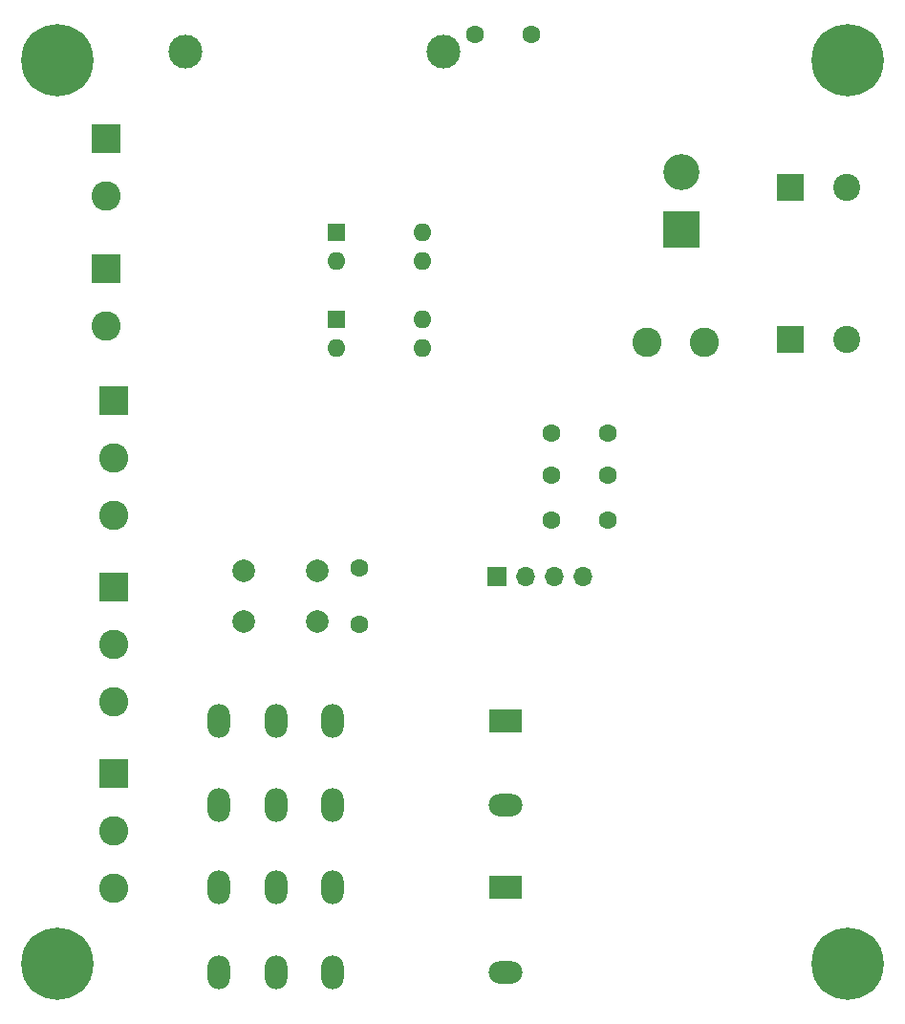
<source format=gbr>
%TF.GenerationSoftware,KiCad,Pcbnew,7.0.2*%
%TF.CreationDate,2024-04-28T14:31:10+04:00*%
%TF.ProjectId,Hope,486f7065-2e6b-4696-9361-645f70636258,rev?*%
%TF.SameCoordinates,Original*%
%TF.FileFunction,Soldermask,Bot*%
%TF.FilePolarity,Negative*%
%FSLAX46Y46*%
G04 Gerber Fmt 4.6, Leading zero omitted, Abs format (unit mm)*
G04 Created by KiCad (PCBNEW 7.0.2) date 2024-04-28 14:31:10*
%MOMM*%
%LPD*%
G01*
G04 APERTURE LIST*
%ADD10R,2.600000X2.600000*%
%ADD11C,2.600000*%
%ADD12O,2.000000X3.000000*%
%ADD13R,3.000000X2.000000*%
%ADD14O,3.000000X2.000000*%
%ADD15C,1.600000*%
%ADD16C,0.800000*%
%ADD17C,6.400000*%
%ADD18R,1.600000X1.600000*%
%ADD19O,1.600000X1.600000*%
%ADD20R,3.200000X3.200000*%
%ADD21O,3.200000X3.200000*%
%ADD22C,3.000000*%
%ADD23R,2.400000X2.400000*%
%ADD24C,2.400000*%
%ADD25R,1.700000X1.700000*%
%ADD26O,1.700000X1.700000*%
%ADD27C,2.000000*%
G04 APERTURE END LIST*
D10*
%TO.C,J2*%
X99250000Y-83455000D03*
D11*
X99250000Y-88535000D03*
%TD*%
D12*
%TO.C,K1*%
X114350000Y-131000000D03*
X114350000Y-123500000D03*
X119390000Y-131000000D03*
X119390000Y-123500000D03*
X109310000Y-131000000D03*
X109310000Y-123500000D03*
D13*
X134650000Y-123500000D03*
D14*
X134650000Y-131000000D03*
%TD*%
D12*
%TO.C,K2*%
X114350000Y-145750000D03*
X114350000Y-138250000D03*
X119390000Y-145750000D03*
X119390000Y-138250000D03*
X109310000Y-145750000D03*
X109310000Y-138250000D03*
D13*
X134650000Y-138250000D03*
D14*
X134650000Y-145750000D03*
%TD*%
D10*
%TO.C,J6*%
X99950000Y-128165000D03*
D11*
X99950000Y-133245000D03*
X99950000Y-138325000D03*
%TD*%
%TO.C,L1*%
X147250000Y-90000000D03*
X152250000Y-90000000D03*
%TD*%
D15*
%TO.C,C5*%
X132000000Y-62750000D03*
X137000000Y-62750000D03*
%TD*%
%TO.C,C9*%
X138770000Y-105750000D03*
X143770000Y-105750000D03*
%TD*%
D10*
%TO.C,J5*%
X99950000Y-111665000D03*
D11*
X99950000Y-116745000D03*
X99950000Y-121825000D03*
%TD*%
D15*
%TO.C,C11*%
X138770000Y-101750000D03*
X143770000Y-101750000D03*
%TD*%
D16*
%TO.C,H1*%
X92600000Y-65000000D03*
X93302944Y-63302944D03*
X93302944Y-66697056D03*
X95000000Y-62600000D03*
D17*
X95000000Y-65000000D03*
D16*
X95000000Y-67400000D03*
X96697056Y-63302944D03*
X96697056Y-66697056D03*
X97400000Y-65000000D03*
%TD*%
D18*
%TO.C,U4*%
X119700000Y-80225000D03*
D19*
X119700000Y-82765000D03*
X127320000Y-82765000D03*
X127320000Y-80225000D03*
%TD*%
D10*
%TO.C,J4*%
X99250000Y-71955000D03*
D11*
X99250000Y-77035000D03*
%TD*%
D15*
%TO.C,C12*%
X121750000Y-115000000D03*
X121750000Y-110000000D03*
%TD*%
D16*
%TO.C,H4*%
X92600000Y-145000000D03*
X93302944Y-143302944D03*
X93302944Y-146697056D03*
X95000000Y-142600000D03*
D17*
X95000000Y-145000000D03*
D16*
X95000000Y-147400000D03*
X96697056Y-143302944D03*
X96697056Y-146697056D03*
X97400000Y-145000000D03*
%TD*%
D18*
%TO.C,U5*%
X119700000Y-87975000D03*
D19*
X119700000Y-90515000D03*
X127320000Y-90515000D03*
X127320000Y-87975000D03*
%TD*%
D20*
%TO.C,D3*%
X150250000Y-80040000D03*
D21*
X150250000Y-74960000D03*
%TD*%
D22*
%TO.C,F1*%
X106300000Y-64250000D03*
X129200000Y-64250000D03*
%TD*%
D16*
%TO.C,H2*%
X162600000Y-65000000D03*
X163302944Y-63302944D03*
X163302944Y-66697056D03*
X165000000Y-62600000D03*
D17*
X165000000Y-65000000D03*
D16*
X165000000Y-67400000D03*
X166697056Y-63302944D03*
X166697056Y-66697056D03*
X167400000Y-65000000D03*
%TD*%
D15*
%TO.C,C8*%
X138770000Y-98000000D03*
X143770000Y-98000000D03*
%TD*%
D23*
%TO.C,C6*%
X159926041Y-89750000D03*
D24*
X164926041Y-89750000D03*
%TD*%
D16*
%TO.C,H3*%
X162600000Y-145000000D03*
X163302944Y-143302944D03*
X163302944Y-146697056D03*
X165000000Y-142600000D03*
D17*
X165000000Y-145000000D03*
D16*
X165000000Y-147400000D03*
X166697056Y-143302944D03*
X166697056Y-146697056D03*
X167400000Y-145000000D03*
%TD*%
D25*
%TO.C,J1*%
X133950000Y-110750000D03*
D26*
X136490000Y-110750000D03*
X139030000Y-110750000D03*
X141570000Y-110750000D03*
%TD*%
D10*
%TO.C,J3*%
X99950000Y-95165000D03*
D11*
X99950000Y-100245000D03*
X99950000Y-105325000D03*
%TD*%
D27*
%TO.C,SW1*%
X111500000Y-110250000D03*
X118000000Y-110250000D03*
X111500000Y-114750000D03*
X118000000Y-114750000D03*
%TD*%
D23*
%TO.C,C1*%
X159926041Y-76250000D03*
D24*
X164926041Y-76250000D03*
%TD*%
M02*

</source>
